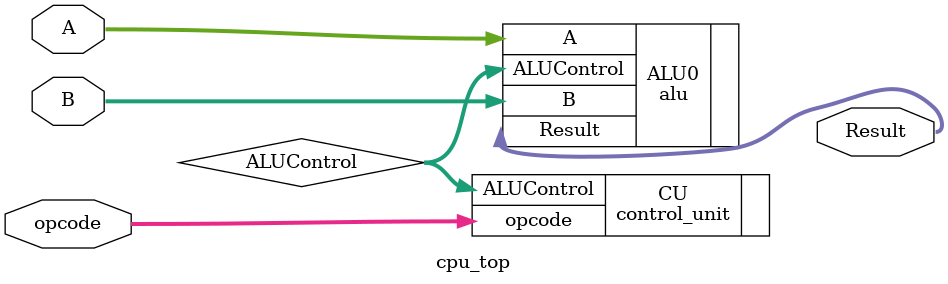
<source format=v>
module cpu_top(
    input [15:0] A,B,
    input [3:0] opcode,
    output [15:0] Result
);
wire [2:0] ALUControl;

control_unit CU(
    .opcode(opcode),
    .ALUControl(ALUControl)
);

alu ALU0(
    .A(A),
    .B(B),
    .ALUControl(ALUControl),
    .Result(Result)
);



endmodule
</source>
